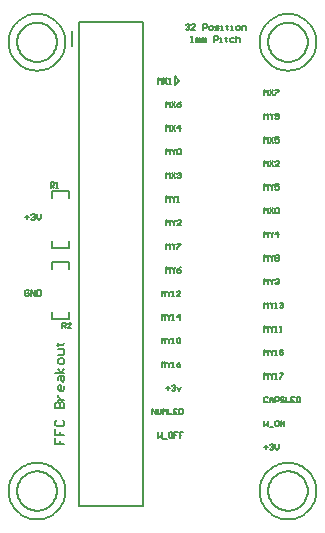
<source format=gto>
%FSDAX24Y24*%
%MOIN*%
%SFA1B1*%

%IPPOS*%
%ADD17C,0.006000*%
%ADD18C,0.008000*%
%ADD19C,0.007000*%
%ADD20C,0.005000*%
%ADD21C,0.007870*%
%LN32pinffc_breakout_pcb-1*%
%LPD*%
G54D17*
X052323Y025885D02*
D01*
X052321Y025951*
X052314Y026017*
X052302Y026082*
X052286Y026146*
X052266Y026209*
X052241Y026270*
X052212Y026329*
X052179Y026386*
X052142Y026441*
X052102Y026493*
X052058Y026542*
X052010Y026588*
X051960Y026631*
X051906Y026669*
X051850Y026704*
X051792Y026735*
X051732Y026762*
X051670Y026785*
X051606Y026803*
X051542Y026817*
X051476Y026826*
X051410Y026830*
X051344*
X051279Y026826*
X051213Y026817*
X051149Y026803*
X051085Y026785*
X051023Y026762*
X050963Y026735*
X050905Y026704*
X050849Y026669*
X050795Y026631*
X050745Y026588*
X050697Y026542*
X050653Y026493*
X050612Y026441*
X050575Y026386*
X050542Y026329*
X050513Y026270*
X050489Y026209*
X050468Y026146*
X050452Y026082*
X050441Y026017*
X050434Y025951*
X050432Y025885*
X050434Y025819*
X050441Y025754*
X050452Y025689*
X050468Y025625*
X050489Y025562*
X050513Y025501*
X050542Y025441*
X050575Y025384*
X050612Y025329*
X050653Y025277*
X050697Y025228*
X050745Y025183*
X050795Y025140*
X050849Y025101*
X050905Y025066*
X050963Y025035*
X051023Y025008*
X051085Y024986*
X051149Y024968*
X051213Y024954*
X051279Y024945*
X051344Y024940*
X051410*
X051476Y024945*
X051542Y024954*
X051606Y024968*
X051670Y024986*
X051732Y025008*
X051792Y025035*
X051850Y025066*
X051906Y025101*
X051960Y025140*
X052010Y025183*
X052058Y025228*
X052102Y025277*
X052142Y025329*
X052179Y025384*
X052212Y025441*
X052241Y025501*
X052266Y025562*
X052286Y025625*
X052302Y025689*
X052314Y025754*
X052321Y025819*
X052323Y025885*
X043957D02*
D01*
X043955Y025951*
X043948Y026017*
X043936Y026082*
X043920Y026146*
X043900Y026209*
X043875Y026270*
X043846Y026329*
X043813Y026386*
X043776Y026441*
X043736Y026493*
X043692Y026542*
X043644Y026588*
X043594Y026631*
X043540Y026669*
X043484Y026704*
X043426Y026735*
X043366Y026762*
X043304Y026785*
X043240Y026803*
X043176Y026817*
X043110Y026826*
X043044Y026830*
X042978*
X042912Y026826*
X042847Y026817*
X042783Y026803*
X042719Y026785*
X042657Y026762*
X042597Y026735*
X042538Y026704*
X042482Y026669*
X042429Y026631*
X042379Y026588*
X042331Y026542*
X042287Y026493*
X042246Y026441*
X042209Y026386*
X042176Y026329*
X042147Y026270*
X042123Y026209*
X042102Y026146*
X042086Y026082*
X042075Y026017*
X042068Y025951*
X042066Y025885*
X042068Y025819*
X042075Y025754*
X042086Y025689*
X042102Y025625*
X042123Y025562*
X042147Y025501*
X042176Y025441*
X042209Y025384*
X042246Y025329*
X042287Y025277*
X042331Y025228*
X042379Y025183*
X042429Y025140*
X042482Y025101*
X042538Y025066*
X042597Y025035*
X042657Y025008*
X042719Y024986*
X042783Y024968*
X042847Y024954*
X042912Y024945*
X042978Y024940*
X043044*
X043110Y024945*
X043176Y024954*
X043240Y024968*
X043304Y024986*
X043366Y025008*
X043426Y025035*
X043484Y025066*
X043540Y025101*
X043594Y025140*
X043644Y025183*
X043692Y025228*
X043736Y025277*
X043776Y025329*
X043813Y025384*
X043846Y025441*
X043875Y025501*
X043900Y025562*
X043920Y025625*
X043936Y025689*
X043948Y025754*
X043955Y025819*
X043957Y025885*
X052323Y040846D02*
D01*
X052321Y040912*
X052314Y040978*
X052302Y041043*
X052286Y041107*
X052266Y041169*
X052241Y041231*
X052212Y041290*
X052179Y041347*
X052142Y041402*
X052102Y041454*
X052058Y041503*
X052010Y041549*
X051960Y041591*
X051906Y041630*
X051850Y041665*
X051792Y041696*
X051732Y041723*
X051670Y041745*
X051606Y041764*
X051542Y041777*
X051476Y041787*
X051410Y041791*
X051344*
X051279Y041787*
X051213Y041777*
X051149Y041764*
X051085Y041745*
X051023Y041723*
X050963Y041696*
X050905Y041665*
X050849Y041630*
X050795Y041591*
X050745Y041549*
X050697Y041503*
X050653Y041454*
X050612Y041402*
X050575Y041347*
X050542Y041290*
X050513Y041231*
X050489Y041169*
X050468Y041107*
X050452Y041043*
X050441Y040978*
X050434Y040912*
X050432Y040846*
X050434Y040780*
X050441Y040714*
X050452Y040649*
X050468Y040585*
X050489Y040523*
X050513Y040461*
X050542Y040402*
X050575Y040345*
X050612Y040290*
X050653Y040238*
X050697Y040189*
X050745Y040143*
X050795Y040101*
X050849Y040062*
X050905Y040027*
X050963Y039996*
X051023Y039969*
X051085Y039947*
X051149Y039928*
X051213Y039915*
X051279Y039905*
X051344Y039901*
X051410*
X051476Y039905*
X051542Y039915*
X051606Y039928*
X051670Y039947*
X051732Y039969*
X051792Y039996*
X051850Y040027*
X051906Y040062*
X051960Y040101*
X052010Y040143*
X052058Y040189*
X052102Y040238*
X052142Y040290*
X052179Y040345*
X052212Y040402*
X052241Y040461*
X052266Y040523*
X052286Y040585*
X052302Y040649*
X052314Y040714*
X052321Y040780*
X052323Y040846*
X043957D02*
D01*
X043955Y040912*
X043948Y040978*
X043936Y041043*
X043920Y041107*
X043900Y041169*
X043875Y041231*
X043846Y041290*
X043813Y041347*
X043776Y041402*
X043736Y041454*
X043692Y041503*
X043644Y041549*
X043594Y041591*
X043540Y041630*
X043484Y041665*
X043426Y041696*
X043366Y041723*
X043304Y041745*
X043240Y041764*
X043176Y041777*
X043110Y041787*
X043044Y041791*
X042978*
X042912Y041787*
X042847Y041777*
X042783Y041764*
X042719Y041745*
X042657Y041723*
X042597Y041696*
X042538Y041665*
X042482Y041630*
X042429Y041591*
X042379Y041549*
X042331Y041503*
X042287Y041454*
X042246Y041402*
X042209Y041347*
X042176Y041290*
X042147Y041231*
X042123Y041169*
X042102Y041107*
X042086Y041043*
X042075Y040978*
X042068Y040912*
X042066Y040846*
X042068Y040780*
X042075Y040714*
X042086Y040649*
X042102Y040585*
X042123Y040523*
X042147Y040461*
X042176Y040402*
X042209Y040345*
X042246Y040290*
X042287Y040238*
X042331Y040189*
X042379Y040143*
X042429Y040101*
X042482Y040062*
X042538Y040027*
X042597Y039996*
X042657Y039969*
X042719Y039947*
X042783Y039928*
X042847Y039915*
X042912Y039905*
X042978Y039901*
X043044*
X043110Y039905*
X043176Y039915*
X043240Y039928*
X043304Y039947*
X043366Y039969*
X043426Y039996*
X043484Y040027*
X043540Y040062*
X043594Y040101*
X043644Y040143*
X043692Y040189*
X043736Y040238*
X043776Y040290*
X043813Y040345*
X043846Y040402*
X043875Y040461*
X043900Y040523*
X043920Y040585*
X043936Y040649*
X043948Y040714*
X043955Y040780*
X043957Y040846*
G54D18*
X052034Y025885D02*
D01*
X052032Y025931*
X052028Y025977*
X052020Y026022*
X052009Y026066*
X051994Y026110*
X051977Y026152*
X051957Y026194*
X051934Y026233*
X051909Y026271*
X051880Y026307*
X051850Y026341*
X051817Y026373*
X051782Y026403*
X051745Y026430*
X051706Y026454*
X051665Y026475*
X051623Y026494*
X051580Y026510*
X051536Y026522*
X051491Y026532*
X051446Y026538*
X051400Y026542*
X051354*
X051309Y026538*
X051263Y026532*
X051219Y026522*
X051174Y026510*
X051131Y026494*
X051090Y026475*
X051049Y026454*
X051010Y026430*
X050973Y026403*
X050938Y026373*
X050905Y026341*
X050874Y026307*
X050846Y026271*
X050821Y026233*
X050798Y026194*
X050778Y026152*
X050760Y026110*
X050746Y026066*
X050735Y026022*
X050727Y025977*
X050722Y025931*
X050721Y025885*
X050722Y025839*
X050727Y025794*
X050735Y025749*
X050746Y025704*
X050760Y025661*
X050778Y025618*
X050798Y025577*
X050821Y025537*
X050846Y025499*
X050874Y025463*
X050905Y025429*
X050938Y025397*
X050973Y025368*
X051010Y025341*
X051049Y025317*
X051090Y025295*
X051131Y025277*
X051174Y025261*
X051219Y025248*
X051263Y025239*
X051309Y025232*
X051354Y025229*
X051400*
X051446Y025232*
X051491Y025239*
X051536Y025248*
X051580Y025261*
X051623Y025277*
X051665Y025295*
X051706Y025317*
X051745Y025341*
X051782Y025368*
X051817Y025397*
X051850Y025429*
X051880Y025463*
X051909Y025499*
X051934Y025537*
X051957Y025577*
X051977Y025618*
X051994Y025661*
X052009Y025704*
X052020Y025749*
X052028Y025794*
X052032Y025839*
X052034Y025885*
X043668D02*
D01*
X043666Y025931*
X043662Y025977*
X043654Y026022*
X043642Y026066*
X043628Y026110*
X043611Y026152*
X043591Y026194*
X043568Y026233*
X043543Y026271*
X043514Y026307*
X043484Y026341*
X043451Y026373*
X043416Y026403*
X043378Y026430*
X043340Y026454*
X043299Y026475*
X043257Y026494*
X043214Y026510*
X043170Y026522*
X043125Y026532*
X043080Y026538*
X043034Y026542*
X042988*
X042943Y026538*
X042897Y026532*
X042852Y026522*
X042808Y026510*
X042765Y026494*
X042723Y026475*
X042683Y026454*
X042644Y026430*
X042607Y026403*
X042572Y026373*
X042539Y026341*
X042508Y026307*
X042480Y026271*
X042454Y026233*
X042432Y026194*
X042411Y026152*
X042394Y026110*
X042380Y026066*
X042369Y026022*
X042361Y025977*
X042356Y025931*
X042355Y025885*
X042356Y025839*
X042361Y025794*
X042369Y025749*
X042380Y025704*
X042394Y025661*
X042411Y025618*
X042432Y025577*
X042454Y025537*
X042480Y025499*
X042508Y025463*
X042539Y025429*
X042572Y025397*
X042607Y025368*
X042644Y025341*
X042683Y025317*
X042723Y025295*
X042765Y025277*
X042808Y025261*
X042852Y025248*
X042897Y025239*
X042943Y025232*
X042988Y025229*
X043034*
X043080Y025232*
X043125Y025239*
X043170Y025248*
X043214Y025261*
X043257Y025277*
X043299Y025295*
X043340Y025317*
X043378Y025341*
X043416Y025368*
X043451Y025397*
X043484Y025429*
X043514Y025463*
X043543Y025499*
X043568Y025537*
X043591Y025577*
X043611Y025618*
X043628Y025661*
X043642Y025704*
X043654Y025749*
X043662Y025794*
X043666Y025839*
X043668Y025885*
X052034Y040846D02*
D01*
X052032Y040892*
X052028Y040937*
X052020Y040983*
X052009Y041027*
X051994Y041071*
X051977Y041113*
X051957Y041154*
X051934Y041194*
X051909Y041232*
X051880Y041268*
X051850Y041302*
X051817Y041334*
X051782Y041363*
X051745Y041390*
X051706Y041415*
X051665Y041436*
X051623Y041455*
X051580Y041470*
X051536Y041483*
X051491Y041493*
X051446Y041499*
X051400Y041502*
X051354*
X051309Y041499*
X051263Y041493*
X051219Y041483*
X051174Y041470*
X051131Y041455*
X051090Y041436*
X051049Y041415*
X051010Y041390*
X050973Y041363*
X050938Y041334*
X050905Y041302*
X050874Y041268*
X050846Y041232*
X050821Y041194*
X050798Y041154*
X050778Y041113*
X050760Y041071*
X050746Y041027*
X050735Y040983*
X050727Y040937*
X050722Y040892*
X050721Y040846*
X050722Y040800*
X050727Y040755*
X050735Y040709*
X050746Y040665*
X050760Y040621*
X050778Y040579*
X050798Y040538*
X050821Y040498*
X050846Y040460*
X050874Y040424*
X050905Y040390*
X050938Y040358*
X050973Y040329*
X051010Y040302*
X051049Y040277*
X051090Y040256*
X051131Y040237*
X051174Y040222*
X051219Y040209*
X051263Y040199*
X051309Y040193*
X051354Y040190*
X051400*
X051446Y040193*
X051491Y040199*
X051536Y040209*
X051580Y040222*
X051623Y040237*
X051665Y040256*
X051706Y040277*
X051745Y040302*
X051782Y040329*
X051817Y040358*
X051850Y040390*
X051880Y040424*
X051909Y040460*
X051934Y040498*
X051957Y040538*
X051977Y040579*
X051994Y040621*
X052009Y040665*
X052020Y040709*
X052028Y040755*
X052032Y040800*
X052034Y040846*
X043668D02*
D01*
X043666Y040892*
X043662Y040937*
X043654Y040983*
X043642Y041027*
X043628Y041071*
X043611Y041113*
X043591Y041154*
X043568Y041194*
X043543Y041232*
X043514Y041268*
X043484Y041302*
X043451Y041334*
X043416Y041363*
X043378Y041390*
X043340Y041415*
X043299Y041436*
X043257Y041455*
X043214Y041470*
X043170Y041483*
X043125Y041493*
X043080Y041499*
X043034Y041502*
X042988*
X042943Y041499*
X042897Y041493*
X042852Y041483*
X042808Y041470*
X042765Y041455*
X042723Y041436*
X042683Y041415*
X042644Y041390*
X042607Y041363*
X042572Y041334*
X042539Y041302*
X042508Y041268*
X042480Y041232*
X042454Y041194*
X042432Y041154*
X042411Y041113*
X042394Y041071*
X042380Y041027*
X042369Y040983*
X042361Y040937*
X042356Y040892*
X042355Y040846*
X042356Y040800*
X042361Y040755*
X042369Y040709*
X042380Y040665*
X042394Y040621*
X042411Y040579*
X042432Y040538*
X042454Y040498*
X042480Y040460*
X042508Y040424*
X042539Y040390*
X042572Y040358*
X042607Y040329*
X042644Y040302*
X042683Y040277*
X042723Y040256*
X042765Y040237*
X042808Y040222*
X042852Y040209*
X042897Y040199*
X042943Y040193*
X042988Y040190*
X043034*
X043080Y040193*
X043125Y040199*
X043170Y040209*
X043214Y040222*
X043257Y040237*
X043299Y040256*
X043340Y040277*
X043378Y040302*
X043416Y040329*
X043451Y040358*
X043484Y040390*
X043514Y040424*
X043543Y040460*
X043568Y040498*
X043591Y040538*
X043611Y040579*
X043628Y040621*
X043642Y040665*
X043654Y040709*
X043662Y040755*
X043666Y040800*
X043668Y040846*
X044409Y041515D02*
X046535D01*
X044409Y025397D02*
Y041515D01*
X046535Y025397D02*
Y041515D01*
X044409Y025397D02*
X046535D01*
X044173Y040706D02*
Y041206D01*
G54D19*
X043503Y031633D02*
X044094D01*
Y031870*
X043503Y031633D02*
Y031870D01*
Y033523D02*
X044094D01*
Y033287D02*
Y033523D01*
X043503Y033287D02*
Y033523D01*
Y033996D02*
X044094D01*
Y034232*
X043503Y033996D02*
Y034232D01*
Y035885D02*
X044094D01*
Y035649D02*
Y035885D01*
X043503Y035649D02*
Y035885D01*
G54D20*
X047597Y039427D02*
Y039706D01*
X047736Y039566*
X047597Y039427D02*
X047736Y039566D01*
X047963Y041414D02*
X047996Y041447D01*
X048061*
X048094Y041414*
Y041382*
X048061Y041349*
X048029*
X048061*
X048094Y041316*
Y041283*
X048061Y041250*
X047996*
X047963Y041283*
X048291Y041250D02*
X048160D01*
X048291Y041382*
Y041414*
X048258Y041447*
X048193*
X048160Y041414*
X048553Y041250D02*
Y041447D01*
X048652*
X048684Y041414*
Y041349*
X048652Y041316*
X048553*
X048783Y041250D02*
X048848D01*
X048881Y041283*
Y041349*
X048848Y041382*
X048783*
X048750Y041349*
Y041283*
X048783Y041250*
X048947D02*
X049045D01*
X049078Y041283*
X049045Y041316*
X048980*
X048947Y041349*
X048980Y041382*
X049078*
X049144Y041250D02*
X049209D01*
X049176*
Y041382*
X049144*
X049340Y041414D02*
Y041382D01*
X049308*
X049373*
X049340*
Y041283*
X049373Y041250*
X049472D02*
X049537D01*
X049504*
Y041382*
X049472*
X049668Y041250D02*
X049734D01*
X049767Y041283*
Y041349*
X049734Y041382*
X049668*
X049636Y041349*
Y041283*
X049668Y041250*
X049832D02*
Y041382D01*
X049931*
X049964Y041349*
Y041250*
X048160Y040857D02*
X048225D01*
X048193*
Y041053*
X048160Y041021*
X048324Y040857D02*
Y040988D01*
X048357*
X048389Y040955*
Y040857*
Y040955*
X048422Y040988*
X048455Y040955*
Y040857*
X048521D02*
Y040988D01*
X048553*
X048586Y040955*
Y040857*
Y040955*
X048619Y040988*
X048652Y040955*
Y040857*
X048914D02*
Y041053D01*
X049013*
X049045Y041021*
Y040955*
X049013Y040922*
X048914*
X049111Y040857D02*
X049177D01*
X049144*
Y040988*
X049111*
X049308Y041021D02*
Y040988D01*
X049275*
X049340*
X049308*
Y040889*
X049340Y040857*
X049570Y040988D02*
X049472D01*
X049439Y040955*
Y040889*
X049472Y040857*
X049570*
X049636Y041053D02*
Y040857D01*
Y040955*
X049668Y040988*
X049734*
X049767Y040955*
Y040857*
X043858Y031318D02*
Y031498D01*
X043948*
X043978Y031468*
Y031408*
X043948Y031378*
X043858*
X043918D02*
X043978Y031318D01*
X044158D02*
X044038D01*
X044158Y031438*
Y031468*
X044128Y031498*
X044068*
X044038Y031468*
X043464Y036003D02*
Y036183D01*
X043554*
X043584Y036153*
Y036093*
X043554Y036063*
X043464*
X043524D02*
X043584Y036003D01*
X043644D02*
X043704D01*
X043674*
Y036183*
X043644Y036153*
X042618Y035019D02*
X042749D01*
X042683Y035085D02*
Y034954D01*
X042814Y035085D02*
X042847Y035118D01*
X042913*
X042946Y035085*
Y035052*
X042913Y035019*
X042880*
X042913*
X042946Y034986*
Y034954*
X042913Y034921*
X042847*
X042814Y034954*
X043011Y035118D02*
Y034986D01*
X043077Y034921*
X043142Y034986*
Y035118*
X047047Y039468D02*
Y039648D01*
X047107Y039588*
X047167Y039648*
Y039468*
X047227Y039648D02*
X047347Y039468D01*
Y039648D02*
X047227Y039468D01*
X047407D02*
X047466D01*
X047436*
Y039648*
X047407Y039618*
X050590Y039074D02*
Y039254D01*
X050650Y039194*
X050710Y039254*
Y039074*
X050770Y039254D02*
X050890Y039074D01*
Y039254D02*
X050770Y039074D01*
X050950Y039254D02*
X051070D01*
Y039224*
X050950Y039104*
Y039074*
X047322Y038681D02*
Y038861D01*
X047382Y038801*
X047442Y038861*
Y038681*
X047502Y038861D02*
X047622Y038681D01*
Y038861D02*
X047502Y038681D01*
X047802Y038861D02*
X047742Y038831D01*
X047682Y038771*
Y038711*
X047712Y038681*
X047772*
X047802Y038711*
Y038741*
X047772Y038771*
X047682*
X047322Y037893D02*
Y038073D01*
X047382Y038013*
X047442Y038073*
Y037893*
X047502Y038073D02*
X047622Y037893D01*
Y038073D02*
X047502Y037893D01*
X047772D02*
Y038073D01*
X047682Y037983*
X047802*
X047322Y037106D02*
Y037286D01*
X047382Y037226*
X047442Y037286*
Y037106*
X047502Y037286D02*
Y037256D01*
X047562Y037196*
X047622Y037256*
Y037286*
X047562Y037196D02*
Y037106D01*
X047682Y037256D02*
X047712Y037286D01*
X047772*
X047802Y037256*
Y037136*
X047772Y037106*
X047712*
X047682Y037136*
Y037256*
X047322Y036318D02*
Y036498D01*
X047382Y036438*
X047442Y036498*
Y036318*
X047502Y036498D02*
X047622Y036318D01*
Y036498D02*
X047502Y036318D01*
X047682Y036468D02*
X047712Y036498D01*
X047772*
X047802Y036468*
Y036438*
X047772Y036408*
X047742*
X047772*
X047802Y036378*
Y036348*
X047772Y036318*
X047712*
X047682Y036348*
X047322Y035531D02*
Y035711D01*
X047382Y035651*
X047442Y035711*
Y035531*
X047502Y035711D02*
Y035681D01*
X047562Y035621*
X047622Y035681*
Y035711*
X047562Y035621D02*
Y035531D01*
X047682D02*
X047742D01*
X047712*
Y035711*
X047682Y035681*
X047322Y034744D02*
Y034924D01*
X047382Y034864*
X047442Y034924*
Y034744*
X047502Y034924D02*
Y034894D01*
X047562Y034834*
X047622Y034894*
Y034924*
X047562Y034834D02*
Y034744D01*
X047802D02*
X047682D01*
X047802Y034864*
Y034894*
X047772Y034924*
X047712*
X047682Y034894*
X047322Y033956D02*
Y034136D01*
X047382Y034076*
X047442Y034136*
Y033956*
X047502Y034136D02*
Y034106D01*
X047562Y034046*
X047622Y034106*
Y034136*
X047562Y034046D02*
Y033956D01*
X047682Y034136D02*
X047802D01*
Y034106*
X047682Y033986*
Y033956*
X047322Y033169D02*
Y033349D01*
X047382Y033289*
X047442Y033349*
Y033169*
X047502Y033349D02*
Y033319D01*
X047562Y033259*
X047622Y033319*
Y033349*
X047562Y033259D02*
Y033169D01*
X047802Y033349D02*
X047742Y033319D01*
X047682Y033259*
Y033199*
X047712Y033169*
X047772*
X047802Y033199*
Y033229*
X047772Y033259*
X047682*
X047165Y032381D02*
Y032561D01*
X047225Y032501*
X047285Y032561*
Y032381*
X047345Y032561D02*
Y032531D01*
X047405Y032471*
X047465Y032531*
Y032561*
X047405Y032471D02*
Y032381D01*
X047525D02*
X047585D01*
X047555*
Y032561*
X047525Y032531*
X047794Y032381D02*
X047675D01*
X047794Y032501*
Y032531*
X047764Y032561*
X047704*
X047675Y032531*
X047165Y031594D02*
Y031774D01*
X047225Y031714*
X047285Y031774*
Y031594*
X047345Y031774D02*
Y031744D01*
X047405Y031684*
X047465Y031744*
Y031774*
X047405Y031684D02*
Y031594D01*
X047525D02*
X047585D01*
X047555*
Y031774*
X047525Y031744*
X047764Y031594D02*
Y031774D01*
X047675Y031684*
X047794*
X047165Y030816D02*
Y030996D01*
X047225Y030936*
X047285Y030996*
Y030816*
X047345Y030996D02*
Y030966D01*
X047405Y030906*
X047465Y030966*
Y030996*
X047405Y030906D02*
Y030816D01*
X047525D02*
X047585D01*
X047555*
Y030996*
X047525Y030966*
X047675D02*
X047704Y030996D01*
X047764*
X047794Y030966*
Y030846*
X047764Y030816*
X047704*
X047675Y030846*
Y030966*
X047165Y030019D02*
Y030199D01*
X047225Y030139*
X047285Y030199*
Y030019*
X047345Y030199D02*
Y030169D01*
X047405Y030109*
X047465Y030169*
Y030199*
X047405Y030109D02*
Y030019D01*
X047525D02*
X047585D01*
X047555*
Y030199*
X047525Y030169*
X047794Y030199D02*
X047734Y030169D01*
X047675Y030109*
Y030049*
X047704Y030019*
X047764*
X047794Y030049*
Y030079*
X047764Y030109*
X047675*
X047322Y029322D02*
X047442D01*
X047382Y029382D02*
Y029262D01*
X047502Y029382D02*
X047532Y029412D01*
X047592*
X047622Y029382*
Y029352*
X047592Y029322*
X047562*
X047592*
X047622Y029292*
Y029262*
X047592Y029232*
X047532*
X047502Y029262*
X047682Y029352D02*
X047742Y029232D01*
X047802Y029352*
X046850Y028444D02*
Y028624D01*
X046970Y028444*
Y028624*
X047030D02*
Y028474D01*
X047060Y028444*
X047120*
X047150Y028474*
Y028624*
X047210Y028444D02*
Y028624D01*
X047270Y028564*
X047330Y028624*
Y028444*
X047390Y028624D02*
Y028444D01*
X047509*
X047689Y028624D02*
X047569D01*
Y028444*
X047689*
X047569Y028534D02*
X047629D01*
X047749Y028624D02*
Y028444D01*
X047839*
X047869Y028474*
Y028594*
X047839Y028624*
X047749*
X047047Y027837D02*
Y027657D01*
X047107Y027717*
X047167Y027657*
Y027837*
X047227Y027627D02*
X047347D01*
X047496Y027837D02*
X047436D01*
X047407Y027807*
Y027687*
X047436Y027657*
X047496*
X047526Y027687*
Y027807*
X047496Y027837*
X047706D02*
X047586D01*
Y027747*
X047646*
X047586*
Y027657*
X047886Y027837D02*
X047766D01*
Y027747*
X047826*
X047766*
Y027657*
X050590Y038287D02*
Y038467D01*
X050650Y038407*
X050710Y038467*
Y038287*
X050770Y038467D02*
Y038437D01*
X050830Y038377*
X050890Y038437*
Y038467*
X050830Y038377D02*
Y038287D01*
X050950Y038317D02*
X050980Y038287D01*
X051040*
X051070Y038317*
Y038437*
X051040Y038467*
X050980*
X050950Y038437*
Y038407*
X050980Y038377*
X051070*
X050590Y037500D02*
Y037679D01*
X050650Y037619*
X050710Y037679*
Y037500*
X050770Y037679D02*
X050890Y037500D01*
Y037679D02*
X050770Y037500D01*
X051070Y037679D02*
X050950D01*
Y037589*
X051010Y037619*
X051040*
X051070Y037589*
Y037530*
X051040Y037500*
X050980*
X050950Y037530*
X050590Y036712D02*
Y036892D01*
X050650Y036832*
X050710Y036892*
Y036712*
X050770Y036892D02*
X050890Y036712D01*
Y036892D02*
X050770Y036712D01*
X051070D02*
X050950D01*
X051070Y036832*
Y036862*
X051040Y036892*
X050980*
X050950Y036862*
X050590Y035925D02*
Y036105D01*
X050650Y036045*
X050710Y036105*
Y035925*
X050770Y036105D02*
Y036075D01*
X050830Y036015*
X050890Y036075*
Y036105*
X050830Y036015D02*
Y035925D01*
X051070Y036105D02*
X050950D01*
Y036015*
X051010Y036045*
X051040*
X051070Y036015*
Y035955*
X051040Y035925*
X050980*
X050950Y035955*
X050590Y035137D02*
Y035317D01*
X050650Y035257*
X050710Y035317*
Y035137*
X050770Y035317D02*
X050890Y035137D01*
Y035317D02*
X050770Y035137D01*
X050950Y035287D02*
X050980Y035317D01*
X051040*
X051070Y035287*
Y035167*
X051040Y035137*
X050980*
X050950Y035167*
Y035287*
X050590Y034350D02*
Y034530D01*
X050650Y034470*
X050710Y034530*
Y034350*
X050770Y034530D02*
Y034500D01*
X050830Y034440*
X050890Y034500*
Y034530*
X050830Y034440D02*
Y034350D01*
X051040D02*
Y034530D01*
X050950Y034440*
X051070*
X050590Y033563D02*
Y033742D01*
X050650Y033682*
X050710Y033742*
Y033563*
X050770Y033742D02*
Y033712D01*
X050830Y033652*
X050890Y033712*
Y033742*
X050830Y033652D02*
Y033563D01*
X050950Y033712D02*
X050980Y033742D01*
X051040*
X051070Y033712*
Y033682*
X051040Y033652*
X051070Y033622*
Y033593*
X051040Y033563*
X050980*
X050950Y033593*
Y033622*
X050980Y033652*
X050950Y033682*
Y033712*
X050980Y033652D02*
X051040D01*
X050590Y032775D02*
Y032955D01*
X050650Y032895*
X050710Y032955*
Y032775*
X050770Y032955D02*
Y032925D01*
X050830Y032865*
X050890Y032925*
Y032955*
X050830Y032865D02*
Y032775D01*
X050950Y032925D02*
X050980Y032955D01*
X051040*
X051070Y032925*
Y032895*
X051040Y032865*
X051010*
X051040*
X051070Y032835*
Y032805*
X051040Y032775*
X050980*
X050950Y032805*
X050590Y031988D02*
Y032168D01*
X050650Y032108*
X050710Y032168*
Y031988*
X050770Y032168D02*
Y032138D01*
X050830Y032078*
X050890Y032138*
Y032168*
X050830Y032078D02*
Y031988D01*
X050950D02*
X051010D01*
X050980*
Y032168*
X050950Y032138*
X051100D02*
X051130Y032168D01*
X051190*
X051220Y032138*
Y032108*
X051190Y032078*
X051160*
X051190*
X051220Y032048*
Y032018*
X051190Y031988*
X051130*
X051100Y032018*
X050590Y031200D02*
Y031380D01*
X050650Y031320*
X050710Y031380*
Y031200*
X050770Y031380D02*
Y031350D01*
X050830Y031290*
X050890Y031350*
Y031380*
X050830Y031290D02*
Y031200D01*
X050950D02*
X051010D01*
X050980*
Y031380*
X050950Y031350*
X051100Y031200D02*
X051160D01*
X051130*
Y031380*
X051100Y031350*
X050590Y030413D02*
Y030593D01*
X050650Y030533*
X050710Y030593*
Y030413*
X050770Y030593D02*
Y030563D01*
X050830Y030503*
X050890Y030563*
Y030593*
X050830Y030503D02*
Y030413D01*
X050950D02*
X051010D01*
X050980*
Y030593*
X050950Y030563*
X051220Y030593D02*
X051100D01*
Y030503*
X051160Y030533*
X051190*
X051220Y030503*
Y030443*
X051190Y030413*
X051130*
X051100Y030443*
X050590Y029626D02*
Y029805D01*
X050650Y029745*
X050710Y029805*
Y029626*
X050770Y029805D02*
Y029775D01*
X050830Y029715*
X050890Y029775*
Y029805*
X050830Y029715D02*
Y029626D01*
X050950D02*
X051010D01*
X050980*
Y029805*
X050950Y029775*
X051100Y029805D02*
X051220D01*
Y029775*
X051100Y029656*
Y029626*
X050710Y028988D02*
X050680Y029018D01*
X050620*
X050590Y028988*
Y028868*
X050620Y028838*
X050680*
X050710Y028868*
X050770Y028838D02*
Y028958D01*
X050830Y029018*
X050890Y028958*
Y028838*
Y028928*
X050770*
X050950Y028838D02*
Y029018D01*
X051040*
X051070Y028988*
Y028928*
X051040Y028898*
X050950*
X051250Y028988D02*
X051220Y029018D01*
X051160*
X051130Y028988*
Y028958*
X051160Y028928*
X051220*
X051250Y028898*
Y028868*
X051220Y028838*
X051160*
X051130Y028868*
X051310Y029018D02*
Y028838D01*
X051429*
X051609Y029018D02*
X051489D01*
Y028838*
X051609*
X051489Y028928D02*
X051549D01*
X051669Y029018D02*
Y028838D01*
X051759*
X051789Y028868*
Y028988*
X051759Y029018*
X051669*
X050590Y028231D02*
Y028051D01*
X050650Y028111*
X050710Y028051*
Y028231*
X050770Y028021D02*
X050890D01*
X051040Y028231D02*
X050980D01*
X050950Y028201*
Y028081*
X050980Y028051*
X051040*
X051070Y028081*
Y028201*
X051040Y028231*
X051130Y028051D02*
Y028231D01*
X051250Y028051*
Y028231*
X050590Y027353D02*
X050710D01*
X050650Y027413D02*
Y027293D01*
X050770Y027413D02*
X050800Y027443D01*
X050860*
X050890Y027413*
Y027383*
X050860Y027353*
X050830*
X050860*
X050890Y027323*
Y027293*
X050860Y027263*
X050800*
X050770Y027293*
X050950Y027443D02*
Y027323D01*
X051010Y027263*
X051070Y027323*
Y027443*
X042749Y032565D02*
X042716Y032598D01*
X042650*
X042618Y032565*
Y032434*
X042650Y032401*
X042716*
X042749Y032434*
Y032500*
X042683*
X042814Y032401D02*
Y032598D01*
X042946Y032401*
Y032598*
X043011D02*
Y032401D01*
X043110*
X043142Y032434*
Y032565*
X043110Y032598*
X043011*
G54D21*
X043622Y027657D02*
Y027460D01*
X043769*
Y027559*
Y027460*
X043917*
X043622Y027952D02*
Y027755D01*
X043769*
Y027854*
Y027755*
X043917*
X043671Y028247D02*
X043622Y028198D01*
Y028100*
X043671Y028051*
X043868*
X043917Y028100*
Y028198*
X043868Y028247*
X043622Y028641D02*
X043917D01*
Y028788*
X043868Y028838*
X043818*
X043769Y028788*
Y028641*
Y028788*
X043720Y028838*
X043671*
X043622Y028788*
Y028641*
X043720Y028936D02*
X043917D01*
X043818*
X043769Y028985*
X043720Y029034*
Y029084*
X043917Y029379D02*
Y029280D01*
X043868Y029231*
X043769*
X043720Y029280*
Y029379*
X043769Y029428*
X043818*
Y029231*
X043720Y029576D02*
Y029674D01*
X043769Y029723*
X043917*
Y029576*
X043868Y029526*
X043818Y029576*
Y029723*
X043917Y029822D02*
X043622D01*
X043818D02*
X043720Y029969D01*
X043818Y029822D02*
X043917Y029969D01*
Y030166D02*
Y030264D01*
X043868Y030314*
X043769*
X043720Y030264*
Y030166*
X043769Y030117*
X043868*
X043917Y030166*
X043720Y030412D02*
X043868D01*
X043917Y030461*
Y030609*
X043720*
X043671Y030756D02*
X043720D01*
Y030707*
Y030806*
Y030756*
X043868*
X043917Y030806*
M02*
</source>
